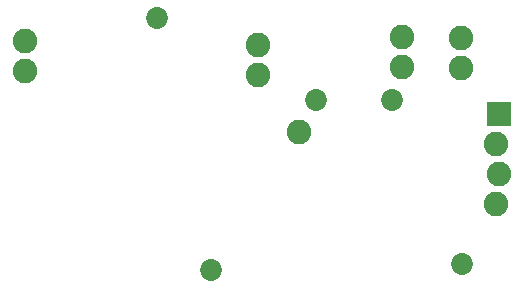
<source format=gbs>
G75*
%MOIN*%
%OFA0B0*%
%FSLAX25Y25*%
%IPPOS*%
%LPD*%
%AMOC8*
5,1,8,0,0,1.08239X$1,22.5*
%
%ADD10C,0.08200*%
%ADD11R,0.08200X0.08200*%
%ADD12C,0.07296*%
D10*
X0142120Y0094722D03*
X0128460Y0113902D03*
X0128460Y0123902D03*
X0176500Y0126432D03*
X0176500Y0116432D03*
X0196190Y0116172D03*
X0196190Y0126172D03*
X0207930Y0090912D03*
X0208930Y0080912D03*
X0207930Y0070912D03*
X0050720Y0115132D03*
X0050720Y0125132D03*
D11*
X0208930Y0100912D03*
D12*
X0112660Y0048692D03*
X0196310Y0050632D03*
X0173210Y0105382D03*
X0147880Y0105432D03*
X0094920Y0132892D03*
M02*

</source>
